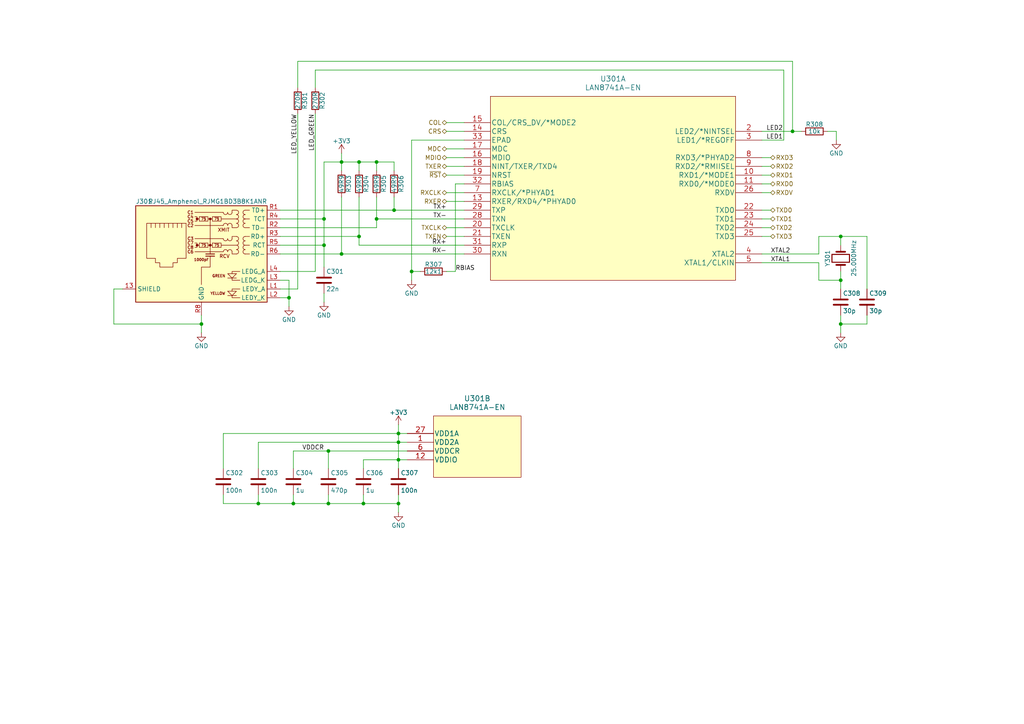
<source format=kicad_sch>
(kicad_sch (version 20211123) (generator eeschema)
  (paper "A4")
  (title_block (title "Caesar") (date "2022-08-17") (rev "2.1") (company "luhbots") (comment 1 "Data output to Server") (comment 2 "Data input from Server, Vision and Ref") (comment 3 "Ethernet Connection"))
  (lib_symbols
    (symbol "2022-08-17_13-39-13:LAN8741A-EN" (pin_names (offset 0.254))
      (property "Reference" "U" (at 43.18 12.7 0))
      (property "Value" "LAN8741A-EN" (at 43.18 10.16 0))
      (symbol "LAN8741A-EN_1_1"
        (rectangle (start 78.74 -45.72) (end 7.62 7.62) (fill (type background)))
        (pin bidirectional line (at 86.36 -15.24 180) (length 7.62) (name "RXD1/*MODE1") (number "10"))
        (pin bidirectional line (at 86.36 -17.78 180) (length 7.62) (name "RXD0/*MODE0") (number "11"))
        (pin bidirectional line (at 0 -22.86 0) (length 7.62) (name "RXER/RXD4/*PHYAD0") (number "13"))
        (pin bidirectional line (at 0 -2.54 0) (length 7.62) (name "CRS") (number "14"))
        (pin bidirectional line (at 0 0 0) (length 7.62) (name "COL/CRS_DV/*MODE2") (number "15"))
        (pin bidirectional line (at 0 -10.16 0) (length 7.62) (name "MDIO") (number "16"))
        (pin bidirectional line (at 0 -7.62 0) (length 7.62) (name "MDC") (number "17"))
        (pin bidirectional line (at 0 -12.7 0) (length 7.62) (name "NINT/TXER/TXD4") (number "18"))
        (pin bidirectional line (at 0 -15.24 0) (length 7.62) (name "NRST") (number "19"))
        (pin bidirectional line (at 86.36 -2.54 180) (length 7.62) (name "LED2/*NINTSEL") (number "2"))
        (pin bidirectional line (at 0 -30.48 0) (length 7.62) (name "TXCLK") (number "20"))
        (pin bidirectional line (at 0 -33.02 0) (length 7.62) (name "TXEN") (number "21"))
        (pin bidirectional line (at 86.36 -25.4 180) (length 7.62) (name "TXD0") (number "22"))
        (pin bidirectional line (at 86.36 -27.94 180) (length 7.62) (name "TXD1") (number "23"))
        (pin bidirectional line (at 86.36 -30.48 180) (length 7.62) (name "TXD2") (number "24"))
        (pin bidirectional line (at 86.36 -33.02 180) (length 7.62) (name "TXD3") (number "25"))
        (pin bidirectional line (at 86.36 -20.32 180) (length 7.62) (name "RXDV") (number "26"))
        (pin bidirectional line (at 0 -27.94 0) (length 7.62) (name "TXN") (number "28"))
        (pin bidirectional line (at 0 -25.4 0) (length 7.62) (name "TXP") (number "29"))
        (pin bidirectional line (at 86.36 -5.08 180) (length 7.62) (name "LED1/*REGOFF") (number "3"))
        (pin bidirectional line (at 0 -38.1 0) (length 7.62) (name "RXN") (number "30"))
        (pin bidirectional line (at 0 -35.56 0) (length 7.62) (name "RXP") (number "31"))
        (pin bidirectional line (at 0 -17.78 0) (length 7.62) (name "RBIAS") (number "32"))
        (pin power_in line (at 0 -5.08 0) (length 7.62) (name "EPAD") (number "33"))
        (pin bidirectional line (at 86.36 -38.1 180) (length 7.62) (name "XTAL2") (number "4"))
        (pin bidirectional line (at 86.36 -40.64 180) (length 7.62) (name "XTAL1/CLKIN") (number "5"))
        (pin bidirectional line (at 0 -20.32 0) (length 7.62) (name "RXCLK/*PHYAD1") (number "7"))
        (pin bidirectional line (at 86.36 -10.16 180) (length 7.62) (name "RXD3/*PHYAD2") (number "8"))
        (pin bidirectional line (at 86.36 -12.7 180) (length 7.62) (name "RXD2/*RMIISEL") (number "9"))
      )
      (symbol "LAN8741A-EN_2_1"
        (rectangle (start 33.02 -12.7) (end 7.62 5.08) (fill (type background)))
        (pin power_in line (at 0 -2.54 0) (length 7.62) (name "VDD2A") (number "1"))
        (pin power_in line (at 0 -7.62 0) (length 7.62) (name "VDDIO") (number "12"))
        (pin power_in line (at 0 0 0) (length 7.62) (name "VDD1A") (number "27"))
        (pin power_in line (at 0 -5.08 0) (length 7.62) (name "VDDCR") (number "6"))
      )
    )
    (symbol "Connector:RJ45_Amphenol_RJMG1BD3B8K1ANR"
      (property "Reference" "J" (at 19.05 15.24 0))
      (property "Value" "RJ45_Amphenol_RJMG1BD3B8K1ANR" (at -19.05 15.24 0))
      (symbol "RJ45_Amphenol_RJMG1BD3B8K1ANR_0_0"
        (circle (center -2.54 2.54) (radius 0.254) (stroke (width 0.254)) (fill (type outline)))
        (circle (center -2.54 10.16) (radius 0.254) (stroke (width 0.254)) (fill (type outline)))
        (polyline (pts (xy -7.62 -12.065) (xy -10.16 -12.065)))
        (polyline (pts (xy -7.62 -6.985) (xy -10.16 -6.985)))
        (polyline (pts (xy -2.54 10.16) (xy -2.54 0)))
        (polyline (pts (xy -1.27 -0.635) (xy -3.81 -0.635)) (stroke (width 0.254)))
        (polyline (pts (xy -1.27 0) (xy -3.81 0)) (stroke (width 0.254)))
        (polyline (pts (xy 1.27 2.54) (xy 0.635 2.54)))
        (polyline (pts (xy 1.27 10.16) (xy 0.635 10.16)))
        (polyline (pts (xy -11.176 -12.7) (xy -8.89 -12.7) (xy -8.89 -12.065)))
        (polyline (pts (xy -11.176 -10.16) (xy -8.89 -10.16) (xy -8.89 -10.795)))
        (polyline (pts (xy -11.176 -5.08) (xy -8.89 -5.08) (xy -8.89 -5.715)))
        (polyline (pts (xy -8.89 -6.985) (xy -8.89 -7.62) (xy -11.176 -7.62)))
        (polyline (pts (xy -10.16 -5.715) (xy -7.62 -5.715) (xy -8.89 -6.985) (xy -10.16 -5.715)))
        (polyline (pts (xy -7.62 -10.795) (xy -10.16 -10.795) (xy -8.89 -12.065) (xy -7.62 -10.795)))
        (polyline (pts (xy -2.54 -0.635) (xy -2.54 -3.81) (xy 0 -3.81) (xy 0 -8.89)))
        (polyline (pts (xy 1.905 3.175) (xy 1.27 3.175) (xy 1.27 1.905) (xy 1.905 1.905)))
        (polyline (pts (xy 1.905 10.795) (xy 1.27 10.795) (xy 1.27 9.525) (xy 1.905 9.525)))
        (circle (center 1.27 2.54) (radius 0.254) (stroke (width 0.254)) (fill (type outline)))
        (circle (center 1.27 10.16) (radius 0.254) (stroke (width 0.254)) (fill (type outline)))
        (text "1000pF" (at 0 -1.651 0) (effects (font (size 0.762 0.762))))
        (text "75" (at -4.445 2.54 0) (effects (font (size 0.762 0.762))))
        (text "75" (at -4.445 10.16 0) (effects (font (size 0.762 0.762))))
        (text "75" (at -0.635 2.54 0) (effects (font (size 0.762 0.762))))
        (text "75" (at -0.635 10.16 0) (effects (font (size 0.762 0.762))))
        (text "C1" (at 3.175 12.065 0) (effects (font (size 0.889 0.889))))
        (text "C2" (at 3.175 8.255 0) (effects (font (size 0.889 0.889))))
        (text "C3" (at 3.175 4.445 0) (effects (font (size 0.889 0.889))))
        (text "C4" (at 3.175 10.795 0) (effects (font (size 0.889 0.889))))
        (text "C5" (at 3.175 9.525 0) (effects (font (size 0.889 0.889))))
        (text "C6" (at 3.175 0.635 0) (effects (font (size 0.889 0.889))))
        (text "C7" (at 3.175 3.175 0) (effects (font (size 0.889 0.889))))
        (text "C8" (at 3.175 1.905 0) (effects (font (size 0.889 0.889))))
        (text "GREEN" (at -6.985 -6.35 0) (effects (font (size 0.762 0.762)) (justify left)))
        (text "RCV" (at -8.255 -0.635 0) (effects (font (size 1.016 1.016)) (justify left)))
        (text "XMIT" (at -8.255 6.985 0) (effects (font (size 1.016 1.016)) (justify left)))
        (text "YELLOW" (at -6.985 -11.43 0) (effects (font (size 0.762 0.762)) (justify left)))
      )
      (symbol "RJ45_Amphenol_RJMG1BD3B8K1ANR_0_1"
        (rectangle (start -19.05 -13.97) (end 19.05 13.97) (stroke (width 0.254)) (fill (type background)))
        (arc (start -12.7 0) (mid -12.065 0.635) (end -12.7 1.27))
        (arc (start -12.7 1.27) (mid -12.065 1.905) (end -12.7 2.54))
        (arc (start -12.7 2.54) (mid -12.065 3.175) (end -12.7 3.81))
        (arc (start -12.7 3.81) (mid -12.065 4.445) (end -12.7 5.08))
        (arc (start -12.7 7.62) (mid -12.065 8.255) (end -12.7 8.89))
        (arc (start -12.7 8.89) (mid -12.065 9.525) (end -12.7 10.16))
        (arc (start -12.7 10.16) (mid -12.065 10.795) (end -12.7 11.43))
        (arc (start -12.7 11.43) (mid -12.065 12.065) (end -12.7 12.7))
        (arc (start -10.16 1.27) (mid -10.795 0.635) (end -10.16 0))
        (arc (start -10.16 2.54) (mid -10.795 1.905) (end -10.16 1.27))
        (arc (start -10.16 3.81) (mid -10.795 3.175) (end -10.16 2.54))
        (arc (start -10.16 5.08) (mid -10.795 4.445) (end -10.16 3.81))
        (arc (start -10.16 8.89) (mid -10.795 8.255) (end -10.16 7.62))
        (arc (start -10.16 10.16) (mid -10.795 9.525) (end -10.16 8.89))
        (arc (start -10.16 11.43) (mid -10.795 10.795) (end -10.16 10.16))
        (arc (start -10.16 12.7) (mid -10.795 12.065) (end -10.16 11.43))
        (arc (start -8.89 4.445) (mid -8.255 3.81) (end -7.62 4.445))
        (arc (start -8.89 12.065) (mid -8.255 11.43) (end -7.62 12.065))
        (arc (start -7.62 0.635) (mid -8.255 1.27) (end -8.89 0.635))
        (arc (start -7.62 4.445) (mid -6.985 3.81) (end -6.35 4.445))
        (arc (start -7.62 8.255) (mid -8.255 8.89) (end -8.89 8.255))
        (arc (start -7.62 12.065) (mid -6.985 11.43) (end -6.35 12.065))
        (arc (start -6.35 0.635) (mid -6.985 1.27) (end -7.62 0.635))
        (arc (start -6.35 8.255) (mid -6.985 8.89) (end -7.62 8.255))
        (rectangle (start -5.715 3.175) (end -3.175 1.905))
        (rectangle (start -5.715 10.795) (end -3.175 9.525))
        (rectangle (start -1.905 3.175) (end 0.635 1.905))
        (rectangle (start -1.905 10.795) (end 0.635 9.525))
        (polyline (pts (xy -12.7 0) (xy -13.97 0)))
        (polyline (pts (xy -12.7 2.54) (xy -13.97 2.54)))
        (polyline (pts (xy -12.7 5.08) (xy -13.97 5.08)))
        (polyline (pts (xy -12.7 7.62) (xy -13.97 7.62)))
        (polyline (pts (xy -12.7 10.16) (xy -13.97 10.16)))
        (polyline (pts (xy -12.7 12.7) (xy -13.97 12.7)))
        (polyline (pts (xy -6.35 0.635) (xy 1.905 0.635)))
        (polyline (pts (xy -6.35 4.445) (xy 1.905 4.445)))
        (polyline (pts (xy -6.35 8.255) (xy 1.905 8.255)))
        (polyline (pts (xy -6.35 12.065) (xy 1.905 12.065)))
        (polyline (pts (xy -5.715 2.54) (xy -10.16 2.54)))
        (polyline (pts (xy -5.715 10.16) (xy -10.16 10.16)))
        (polyline (pts (xy -3.175 2.54) (xy -1.905 2.54)))
        (polyline (pts (xy -3.175 10.16) (xy -1.905 10.16)))
        (polyline (pts (xy 5.715 7.62) (xy 5.715 8.89)))
        (polyline (pts (xy 6.985 8.89) (xy 6.985 7.62)))
        (polyline (pts (xy 8.255 8.89) (xy 8.255 7.62)))
        (polyline (pts (xy 9.525 8.89) (xy 9.525 7.62)))
        (polyline (pts (xy 10.795 8.89) (xy 10.795 7.62)))
        (polyline (pts (xy 12.065 8.89) (xy 12.065 7.62)))
        (polyline (pts (xy 13.335 7.62) (xy 13.335 8.89)))
        (polyline (pts (xy 14.605 7.62) (xy 14.605 8.89)))
        (polyline (pts (xy -10.16 5.08) (xy -8.89 5.08) (xy -8.89 4.445)))
        (polyline (pts (xy -10.16 12.7) (xy -8.89 12.7) (xy -8.89 12.065)))
        (polyline (pts (xy -8.89 0.635) (xy -8.89 0) (xy -10.16 0)))
        (polyline (pts (xy -8.89 8.255) (xy -8.89 7.62) (xy -10.16 7.62)))
        (polyline (pts (xy 4.445 8.89) (xy 15.875 8.89) (xy 15.875 -1.27) (xy 13.335 -1.27) (xy 13.335 -2.54) (xy 12.065 -2.54) (xy 12.065 -3.81) (xy 8.255 -3.81) (xy 8.255 -2.54) (xy 6.985 -2.54) (xy 6.985 -1.27) (xy 4.445 -1.27) (xy 4.445 8.89)))
      )
      (symbol "RJ45_Amphenol_RJMG1BD3B8K1ANR_1_1"
        (pin passive line (at 22.86 -10.16 180) (length 3.81) (name "SHIELD") (number "13"))
        (pin passive line (at -22.86 -10.16 0) (length 3.81) (name "LEDY_A") (number "L1"))
        (pin passive line (at -22.86 -12.7 0) (length 3.81) (name "LEDY_K") (number "L2"))
        (pin passive line (at -22.86 -7.62 0) (length 3.81) (name "LEDG_K") (number "L3"))
        (pin passive line (at -22.86 -5.08 0) (length 3.81) (name "LEDG_A") (number "L4"))
        (pin passive line (at -22.86 12.7 0) (length 3.81) (name "TD+") (number "R1"))
        (pin passive line (at -22.86 7.62 0) (length 3.81) (name "TD-") (number "R2"))
        (pin passive line (at -22.86 5.08 0) (length 3.81) (name "RD+") (number "R3"))
        (pin passive line (at -22.86 10.16 0) (length 3.81) (name "TCT") (number "R4"))
        (pin passive line (at -22.86 2.54 0) (length 3.81) (name "RCT") (number "R5"))
        (pin passive line (at -22.86 0 0) (length 3.81) (name "RD-") (number "R6"))
        (pin no_connect line (at 5.08 -5.08 0) (length 0) hide (name "NC") (number "R7"))
        (pin power_in line (at 0 -17.78 90) (length 3.81) (name "GND") (number "R8"))
      )
    )
    (symbol "Device:C" (pin_numbers hide) (pin_names (offset 0.254))
      (property "Reference" "C" (at 0.635 2.54 0))
      (property "Value" "C" (at 0.635 -2.54 0))
      (symbol "C_0_1"
        (polyline (pts (xy -2.032 -0.762) (xy 2.032 -0.762)) (stroke (width 0.508)))
        (polyline (pts (xy -2.032 0.762) (xy 2.032 0.762)) (stroke (width 0.508)))
      )
      (symbol "C_1_1"
        (pin passive line (at 0 3.81 270) (length 2.794) (name "~") (number "1"))
        (pin passive line (at 0 -3.81 90) (length 2.794) (name "~") (number "2"))
      )
    )
    (symbol "Device:Crystal" (pin_numbers hide) (pin_names (offset 1.016) hide)
      (property "Reference" "Y" (at 0 3.81 0))
      (property "Value" "Crystal" (at 0 -3.81 0))
      (symbol "Crystal_0_1"
        (rectangle (start -1.143 2.54) (end 1.143 -2.54) (stroke (width 0.3048)))
        (polyline (pts (xy -2.54 0) (xy -1.905 0)))
        (polyline (pts (xy -1.905 -1.27) (xy -1.905 1.27)) (stroke (width 0.508)))
        (polyline (pts (xy 1.905 -1.27) (xy 1.905 1.27)) (stroke (width 0.508)))
        (polyline (pts (xy 2.54 0) (xy 1.905 0)))
      )
      (symbol "Crystal_1_1"
        (pin passive line (at -3.81 0 0) (length 1.27) (name "1") (number "1"))
        (pin passive line (at 3.81 0 180) (length 1.27) (name "2") (number "2"))
      )
    )
    (symbol "Device:R" (pin_numbers hide) (pin_names (offset 0))
      (property "Reference" "R" (at 2.032 0 90))
      (property "Value" "R" (at 0 0 90))
      (symbol "R_0_1"
        (rectangle (start -1.016 -2.54) (end 1.016 2.54) (stroke (width 0.254)))
      )
      (symbol "R_1_1"
        (pin passive line (at 0 3.81 270) (length 1.27) (name "~") (number "1"))
        (pin passive line (at 0 -3.81 90) (length 1.27) (name "~") (number "2"))
      )
    )
    (symbol "LAN8741A-EN_1" (pin_names (offset 0.254))
      (property "Reference" "U" (at 43.18 12.7 0))
      (property "Value" "LAN8741A-EN_1" (at 43.18 10.16 0))
      (symbol "LAN8741A-EN_1_1_1"
        (rectangle (start 78.74 -45.72) (end 7.62 7.62) (fill (type background)))
        (pin bidirectional line (at 86.36 -15.24 180) (length 7.62) (name "RXD1/*MODE1") (number "10"))
        (pin bidirectional line (at 86.36 -17.78 180) (length 7.62) (name "RXD0/*MODE0") (number "11"))
        (pin bidirectional line (at 0 -22.86 0) (length 7.62) (name "RXER/RXD4/*PHYAD0") (number "13"))
        (pin bidirectional line (at 0 -2.54 0) (length 7.62) (name "CRS") (number "14"))
        (pin bidirectional line (at 0 0 0) (length 7.62) (name "COL/CRS_DV/*MODE2") (number "15"))
        (pin bidirectional line (at 0 -10.16 0) (length 7.62) (name "MDIO") (number "16"))
        (pin bidirectional line (at 0 -7.62 0) (length 7.62) (name "MDC") (number "17"))
        (pin bidirectional line (at 0 -12.7 0) (length 7.62) (name "NINT/TXER/TXD4") (number "18"))
        (pin bidirectional line (at 0 -15.24 0) (length 7.62) (name "NRST") (number "19"))
        (pin bidirectional line (at 86.36 -2.54 180) (length 7.62) (name "LED2/*NINTSEL") (number "2"))
        (pin bidirectional line (at 0 -30.48 0) (length 7.62) (name "TXCLK") (number "20"))
        (pin bidirectional line (at 0 -33.02 0) (length 7.62) (name "TXEN") (number "21"))
        (pin bidirectional line (at 86.36 -25.4 180) (length 7.62) (name "TXD0") (number "22"))
        (pin bidirectional line (at 86.36 -27.94 180) (length 7.62) (name "TXD1") (number "23"))
        (pin bidirectional line (at 86.36 -30.48 180) (length 7.62) (name "TXD2") (number "24"))
        (pin bidirectional line (at 86.36 -33.02 180) (length 7.62) (name "TXD3") (number "25"))
        (pin bidirectional line (at 86.36 -20.32 180) (length 7.62) (name "RXDV") (number "26"))
        (pin bidirectional line (at 0 -35.56 0) (length 7.62) (name "TXN") (number "28"))
        (pin bidirectional line (at 0 -38.1 0) (length 7.62) (name "TXP") (number "29"))
        (pin bidirectional line (at 86.36 -5.08 180) (length 7.62) (name "LED1/*REGOFF") (number "3"))
        (pin bidirectional line (at 0 -25.4 0) (length 7.62) (name "RXN") (number "30"))
        (pin bidirectional line (at 0 -27.94 0) (length 7.62) (name "RXP") (number "31"))
        (pin bidirectional line (at 0 -17.78 0) (length 7.62) (name "RBIAS") (number "32"))
        (pin unspecified line (at 0 -5.08 0) (length 7.62) (name "EPAD") (number "33"))
        (pin bidirectional line (at 86.36 -38.1 180) (length 7.62) (name "XTAL2") (number "4"))
        (pin bidirectional line (at 86.36 -40.64 180) (length 7.62) (name "XTAL1/CLKIN") (number "5"))
        (pin bidirectional line (at 0 -20.32 0) (length 7.62) (name "RXCLK/*PHYAD1") (number "7"))
        (pin bidirectional line (at 86.36 -10.16 180) (length 7.62) (name "RXD3/*PHYAD2") (number "8"))
        (pin bidirectional line (at 86.36 -12.7 180) (length 7.62) (name "RXD2/*RMIISEL") (number "9"))
      )
      (symbol "LAN8741A-EN_1_2_1"
        (rectangle (start 33.02 -12.7) (end 7.62 5.08) (fill (type background)))
        (pin power_in line (at 0 -2.54 0) (length 7.62) (name "VDD2A") (number "1"))
        (pin power_in line (at 0 -7.62 0) (length 7.62) (name "VDDIO") (number "12"))
        (pin power_in line (at 0 0 0) (length 7.62) (name "VDD1A") (number "27"))
        (pin power_in line (at 0 -5.08 0) (length 7.62) (name "VDDCR") (number "6"))
      )
    )
    (symbol "power:+3V3" (power) (pin_names (offset 0))
      (property "Value" "+3V3" (at 0 3.556 0))
      (symbol "+3V3_0_1"
        (polyline (pts (xy -0.762 1.27) (xy 0 2.54)))
        (polyline (pts (xy 0 0) (xy 0 2.54)))
        (polyline (pts (xy 0 2.54) (xy 0.762 1.27)))
      )
      (symbol "+3V3_1_1"
        (pin power_in line (at 0 0 90) (length 0) hide (name "+3V3") (number "1"))
      )
    )
    (symbol "power:GND" (power) (pin_names (offset 0))
      (property "Value" "GND" (at 0 -3.81 0))
      (symbol "GND_0_1"
        (polyline (pts (xy 0 0) (xy 0 -1.27) (xy 1.27 -1.27) (xy 0 -2.54) (xy -1.27 -1.27) (xy 0 -1.27)))
      )
      (symbol "GND_1_1"
        (pin power_in line (at 0 0 270) (length 0) hide (name "GND") (number "1"))
      )
    )
  )
  (junction (at 104.14 46.99))
  (junction (at 105.41 146.05))
  (junction (at 99.06 73.66))
  (junction (at 99.06 46.99))
  (junction (at 115.57 146.05))
  (junction (at 74.93 146.05))
  (junction (at 93.98 71.12))
  (junction (at 104.14 68.58))
  (junction (at 119.38 78.74))
  (junction (at 85.09 146.05))
  (junction (at 243.84 81.28))
  (junction (at 95.25 130.81))
  (junction (at 109.22 46.99))
  (junction (at 83.82 86.36))
  (junction (at 93.98 63.5))
  (junction (at 243.84 68.58))
  (junction (at 115.57 133.35))
  (junction (at 115.57 128.27))
  (junction (at 109.22 63.5))
  (junction (at 115.57 125.73))
  (junction (at 95.25 146.05))
  (junction (at 114.3 60.96))
  (junction (at 229.87 38.1))
  (junction (at 243.84 93.98))
  (junction (at 58.42 93.98))
  (wire (pts (xy 81.28 78.74) (xy 91.44 78.74)))
  (wire (pts (xy 242.57 40.64) (xy 242.57 38.1)))
  (wire (pts (xy 237.49 76.2) (xy 220.98 76.2)))
  (wire (pts (xy 105.41 146.05) (xy 115.57 146.05)))
  (wire (pts (xy 129.54 66.04) (xy 134.62 66.04)))
  (wire (pts (xy 86.36 33.02) (xy 86.36 83.82)))
  (wire (pts (xy 220.98 63.5) (xy 223.52 63.5)))
  (wire (pts (xy 95.25 130.81) (xy 95.25 135.89)))
  (wire (pts (xy 114.3 60.96) (xy 114.3 57.15)))
  (wire (pts (xy 115.57 125.73) (xy 118.11 125.73)))
  (wire (pts (xy 85.09 130.81) (xy 95.25 130.81)))
  (wire (pts (xy 33.02 93.98) (xy 33.02 83.82)))
  (wire (pts (xy 93.98 85.09) (xy 93.98 87.63)))
  (wire (pts (xy 237.49 81.28) (xy 243.84 81.28)))
  (wire (pts (xy 220.98 38.1) (xy 229.87 38.1)))
  (wire (pts (xy 93.98 63.5) (xy 93.98 71.12)))
  (wire (pts (xy 251.46 93.98) (xy 243.84 93.98)))
  (wire (pts (xy 115.57 128.27) (xy 115.57 133.35)))
  (wire (pts (xy 105.41 133.35) (xy 115.57 133.35)))
  (wire (pts (xy 220.98 55.88) (xy 223.52 55.88)))
  (wire (pts (xy 109.22 63.5) (xy 109.22 57.15)))
  (wire (pts (xy 81.28 73.66) (xy 99.06 73.66)))
  (wire (pts (xy 86.36 17.78) (xy 86.36 25.4)))
  (wire (pts (xy 99.06 57.15) (xy 99.06 73.66)))
  (wire (pts (xy 58.42 93.98) (xy 58.42 96.52)))
  (wire (pts (xy 129.54 38.1) (xy 134.62 38.1)))
  (wire (pts (xy 243.84 81.28) (xy 243.84 83.82)))
  (wire (pts (xy 237.49 81.28) (xy 237.49 76.2)))
  (wire (pts (xy 115.57 125.73) (xy 115.57 128.27)))
  (wire (pts (xy 134.62 63.5) (xy 109.22 63.5)))
  (wire (pts (xy 64.77 143.51) (xy 64.77 146.05)))
  (wire (pts (xy 74.93 146.05) (xy 85.09 146.05)))
  (wire (pts (xy 118.11 130.81) (xy 95.25 130.81)))
  (wire (pts (xy 115.57 133.35) (xy 115.57 135.89)))
  (wire (pts (xy 243.84 93.98) (xy 243.84 96.52)))
  (wire (pts (xy 115.57 146.05) (xy 115.57 148.59)))
  (wire (pts (xy 99.06 46.99) (xy 99.06 49.53)))
  (wire (pts (xy 104.14 46.99) (xy 109.22 46.99)))
  (wire (pts (xy 91.44 25.4) (xy 91.44 20.32)))
  (wire (pts (xy 91.44 33.02) (xy 91.44 78.74)))
  (wire (pts (xy 104.14 68.58) (xy 104.14 71.12)))
  (wire (pts (xy 114.3 49.53) (xy 114.3 46.99)))
  (wire (pts (xy 104.14 57.15) (xy 104.14 68.58)))
  (wire (pts (xy 129.54 35.56) (xy 134.62 35.56)))
  (wire (pts (xy 64.77 125.73) (xy 115.57 125.73)))
  (wire (pts (xy 114.3 60.96) (xy 134.62 60.96)))
  (wire (pts (xy 134.62 53.34) (xy 132.08 53.34)))
  (wire (pts (xy 129.54 55.88) (xy 134.62 55.88)))
  (wire (pts (xy 95.25 143.51) (xy 95.25 146.05)))
  (wire (pts (xy 81.28 63.5) (xy 93.98 63.5)))
  (wire (pts (xy 81.28 66.04) (xy 109.22 66.04)))
  (wire (pts (xy 220.98 45.72) (xy 223.52 45.72)))
  (wire (pts (xy 115.57 128.27) (xy 118.11 128.27)))
  (wire (pts (xy 115.57 123.19) (xy 115.57 125.73)))
  (wire (pts (xy 81.28 83.82) (xy 86.36 83.82)))
  (wire (pts (xy 119.38 40.64) (xy 119.38 78.74)))
  (wire (pts (xy 237.49 68.58) (xy 243.84 68.58)))
  (wire (pts (xy 220.98 48.26) (xy 223.52 48.26)))
  (wire (pts (xy 118.11 133.35) (xy 115.57 133.35)))
  (wire (pts (xy 81.28 71.12) (xy 93.98 71.12)))
  (wire (pts (xy 119.38 78.74) (xy 121.92 78.74)))
  (wire (pts (xy 243.84 68.58) (xy 243.84 71.12)))
  (wire (pts (xy 129.54 48.26) (xy 134.62 48.26)))
  (wire (pts (xy 132.08 78.74) (xy 129.54 78.74)))
  (wire (pts (xy 95.25 146.05) (xy 105.41 146.05)))
  (wire (pts (xy 229.87 38.1) (xy 229.87 17.78)))
  (wire (pts (xy 220.98 66.04) (xy 223.52 66.04)))
  (wire (pts (xy 129.54 68.58) (xy 134.62 68.58)))
  (wire (pts (xy 83.82 81.28) (xy 83.82 86.36)))
  (wire (pts (xy 229.87 17.78) (xy 86.36 17.78)))
  (wire (pts (xy 99.06 44.45) (xy 99.06 46.99)))
  (wire (pts (xy 91.44 20.32) (xy 227.33 20.32)))
  (wire (pts (xy 85.09 143.51) (xy 85.09 146.05)))
  (wire (pts (xy 83.82 88.9) (xy 83.82 86.36)))
  (wire (pts (xy 93.98 71.12) (xy 93.98 77.47)))
  (wire (pts (xy 85.09 146.05) (xy 95.25 146.05)))
  (wire (pts (xy 251.46 68.58) (xy 243.84 68.58)))
  (wire (pts (xy 251.46 91.44) (xy 251.46 93.98)))
  (wire (pts (xy 109.22 46.99) (xy 114.3 46.99)))
  (wire (pts (xy 251.46 83.82) (xy 251.46 68.58)))
  (wire (pts (xy 104.14 46.99) (xy 104.14 49.53)))
  (wire (pts (xy 105.41 135.89) (xy 105.41 133.35)))
  (wire (pts (xy 220.98 68.58) (xy 223.52 68.58)))
  (wire (pts (xy 134.62 40.64) (xy 119.38 40.64)))
  (wire (pts (xy 115.57 143.51) (xy 115.57 146.05)))
  (wire (pts (xy 129.54 45.72) (xy 134.62 45.72)))
  (wire (pts (xy 74.93 135.89) (xy 74.93 128.27)))
  (wire (pts (xy 74.93 143.51) (xy 74.93 146.05)))
  (wire (pts (xy 81.28 60.96) (xy 114.3 60.96)))
  (wire (pts (xy 109.22 46.99) (xy 109.22 49.53)))
  (wire (pts (xy 243.84 78.74) (xy 243.84 81.28)))
  (wire (pts (xy 227.33 20.32) (xy 227.33 40.64)))
  (wire (pts (xy 129.54 50.8) (xy 134.62 50.8)))
  (wire (pts (xy 220.98 60.96) (xy 223.52 60.96)))
  (wire (pts (xy 220.98 50.8) (xy 223.52 50.8)))
  (wire (pts (xy 33.02 83.82) (xy 35.56 83.82)))
  (wire (pts (xy 129.54 43.18) (xy 134.62 43.18)))
  (wire (pts (xy 64.77 146.05) (xy 74.93 146.05)))
  (wire (pts (xy 85.09 135.89) (xy 85.09 130.81)))
  (wire (pts (xy 83.82 86.36) (xy 81.28 86.36)))
  (wire (pts (xy 99.06 46.99) (xy 104.14 46.99)))
  (wire (pts (xy 64.77 135.89) (xy 64.77 125.73)))
  (wire (pts (xy 220.98 73.66) (xy 237.49 73.66)))
  (wire (pts (xy 74.93 128.27) (xy 115.57 128.27)))
  (wire (pts (xy 109.22 66.04) (xy 109.22 63.5)))
  (wire (pts (xy 93.98 46.99) (xy 99.06 46.99)))
  (wire (pts (xy 220.98 53.34) (xy 223.52 53.34)))
  (wire (pts (xy 119.38 78.74) (xy 119.38 81.28)))
  (wire (pts (xy 242.57 38.1) (xy 240.03 38.1)))
  (wire (pts (xy 134.62 71.12) (xy 104.14 71.12)))
  (wire (pts (xy 243.84 91.44) (xy 243.84 93.98)))
  (wire (pts (xy 132.08 53.34) (xy 132.08 78.74)))
  (wire (pts (xy 81.28 68.58) (xy 104.14 68.58)))
  (wire (pts (xy 229.87 38.1) (xy 232.41 38.1)))
  (wire (pts (xy 237.49 73.66) (xy 237.49 68.58)))
  (wire (pts (xy 93.98 46.99) (xy 93.98 63.5)))
  (wire (pts (xy 129.54 58.42) (xy 134.62 58.42)))
  (wire (pts (xy 105.41 143.51) (xy 105.41 146.05)))
  (wire (pts (xy 58.42 91.44) (xy 58.42 93.98)))
  (wire (pts (xy 134.62 73.66) (xy 99.06 73.66)))
  (wire (pts (xy 58.42 93.98) (xy 33.02 93.98)))
  (wire (pts (xy 227.33 40.64) (xy 220.98 40.64)))
  (wire (pts (xy 81.28 81.28) (xy 83.82 81.28)))
  (label "LED_YELLOW" (at 86.36 33.02 270))
  (label "TX-" (at 129.54 63.5 180))
  (label "LED_GREEN" (at 91.44 33.02 270))
  (label "VDDCR" (at 87.63 130.81 0))
  (label "RX-" (at 129.54 73.66 180))
  (label "XTAL1" (at 223.52 76.2 0))
  (label "RX+" (at 129.54 71.12 180))
  (label "TX+" (at 129.54 60.96 180))
  (label "RBIAS" (at 132.08 78.74 0))
  (label "LED1" (at 222.25 40.64 0))
  (label "XTAL2" (at 223.52 73.66 0))
  (label "LED2" (at 222.25 38.1 0))
  (hierarchical_label "RXCLK" (shape bidirectional) (at 129.54 55.88 180))
  (hierarchical_label "TXD3" (shape bidirectional) (at 223.52 68.58 0))
  (hierarchical_label "MDIO" (shape bidirectional) (at 129.54 45.72 180))
  (hierarchical_label "TXER" (shape bidirectional) (at 129.54 48.26 180))
  (hierarchical_label "MDC" (shape bidirectional) (at 129.54 43.18 180))
  (hierarchical_label "RXD3" (shape bidirectional) (at 223.52 45.72 0))
  (hierarchical_label "TXD0" (shape bidirectional) (at 223.52 60.96 0))
  (hierarchical_label "RXER" (shape bidirectional) (at 129.54 58.42 180))
  (hierarchical_label "CRS" (shape bidirectional) (at 129.54 38.1 180))
  (hierarchical_label "TXD2" (shape bidirectional) (at 223.52 66.04 0))
  (hierarchical_label "COL" (shape bidirectional) (at 129.54 35.56 180))
  (hierarchical_label "~{RST}" (shape bidirectional) (at 129.54 50.8 180))
  (hierarchical_label "RXD1" (shape bidirectional) (at 223.52 50.8 0))
  (hierarchical_label "RXD2" (shape bidirectional) (at 223.52 48.26 0))
  (hierarchical_label "RXD0" (shape bidirectional) (at 223.52 53.34 0))
  (hierarchical_label "RXDV" (shape bidirectional) (at 223.52 55.88 0))
  (hierarchical_label "TXCLK" (shape bidirectional) (at 129.54 66.04 180))
  (hierarchical_label "TXEN" (shape bidirectional) (at 129.54 68.58 180))
  (hierarchical_label "TXD1" (shape bidirectional) (at 223.52 63.5 0))
  (symbol (lib_id "power:+3V3") (at 99.06 44.45 0) (unit 1)
    (property "Reference" "#PWR0305" (effects hide))
    (property "Value" "+3V3" (at 99.06 40.894 0))
  )
  (symbol (lib_id "power:GND") (at 243.84 96.52 0) (unit 1)
    (property "Reference" "#PWR0309" (effects hide))
    (property "Value" "GND" (at 243.84 100.33 0))
  )
  (symbol (lib_id "2022-08-17_13-39-13:LAN8741A-EN") (at 134.62 35.56 0) (unit 1)
    (property "Reference" "U301" (at 177.8 22.86 0) (effects (font (size 1.524 1.524))))
    (property "Value" "LAN8741A-EN" (at 177.8 25.4 0) (effects (font (size 1.524 1.524))))
    (property "Footprint" "LAN8741A-EN:LAN8741A-EN" (effects hide))
  )
  (symbol (lib_id "Device:C") (at 95.25 139.7 0) (unit 1)
    (property "Reference" "C305" (at 95.885 137.16 0) (effects (justify left)))
    (property "Value" "470p" (at 95.885 142.24 0) (effects (justify left)))
    (property "Footprint" "Capacitor_SMD:C_0402_1005Metric" (effects hide))
  )
  (symbol (lib_id "Device:C") (at 251.46 87.63 0) (unit 1)
    (property "Reference" "C309" (at 252.095 85.09 0) (effects (justify left)))
    (property "Value" "30p" (at 252.095 90.17 0) (effects (justify left)))
    (property "Footprint" "Capacitor_SMD:C_0402_1005Metric" (effects hide))
  )
  (symbol (lib_id "Device:R") (at 125.73 78.74 90) (unit 1)
    (property "Reference" "R307" (at 125.73 76.708 90))
    (property "Value" "12k1" (at 125.73 78.74 90))
    (property "Footprint" "Resistor_SMD:R_0402_1005Metric" (effects hide))
  )
  (symbol (lib_id "Device:R") (at 104.14 53.34 0) (unit 1)
    (property "Reference" "R304" (at 106.172 53.34 90))
    (property "Value" "49R9" (at 104.14 53.34 90))
    (property "Footprint" "Resistor_SMD:R_0402_1005Metric" (effects hide))
  )
  (symbol (lib_id "Device:R") (at 86.36 29.21 0) (unit 1)
    (property "Reference" "R301" (at 88.392 29.21 90))
    (property "Value" "270R" (at 86.36 29.21 90))
    (property "Footprint" "Resistor_SMD:R_0402_1005Metric" (effects hide))
  )
  (symbol (lib_id "Connector:RJ45_Amphenol_RJMG1BD3B8K1ANR") (at 58.42 73.66 0) (mirror y) (unit 1)
    (property "Reference" "J301" (at 39.37 58.42 0) (effects (justify right)))
    (property "Value" "RJ45_Amphenol_RJMG1BD3B8K1ANR" (at 77.47 58.42 0) (effects (justify left)))
    (property "Footprint" "Connector_RJ:RJ45_Amphenol_RJMG1BD3B8K1ANR" (effects hide))
    (property "Datasheet" "https://www.amphenolcanada.com/ProductSearch/Drawings/AC/RJMG1BD3B8K1ANR.PDF" (effects hide))
  )
  (symbol (lib_id "Device:C") (at 93.98 81.28 0) (unit 1)
    (property "Reference" "C301" (at 94.615 78.74 0) (effects (justify left)))
    (property "Value" "22n" (at 94.615 83.82 0) (effects (justify left)))
    (property "Footprint" "Capacitor_SMD:C_0402_1005Metric" (effects hide))
  )
  (symbol (lib_id "power:GND") (at 83.82 88.9 0) (unit 1)
    (property "Reference" "#PWR0302" (effects hide))
    (property "Value" "GND" (at 83.82 92.71 0))
  )
  (symbol (lib_id "Device:Crystal") (at 243.84 74.93 90) (unit 1)
    (property "Reference" "Y301" (at 240.03 74.93 0))
    (property "Value" "25.000MHz" (at 247.65 74.93 0))
    (property "Footprint" "Crystal:Crystal_SMD_5032-2Pin_5.0x3.2mm" (effects hide))
  )
  (symbol (lib_id "power:GND") (at 242.57 40.64 0) (unit 1)
    (property "Reference" "#PWR0107" (effects hide))
    (property "Value" "GND" (at 242.57 44.45 0))
  )
  (symbol (lib_id "power:GND") (at 115.57 148.59 0) (unit 1)
    (property "Reference" "#PWR0308" (effects hide))
    (property "Value" "GND" (at 115.57 152.4 0))
  )
  (symbol (lib_id "Device:R") (at 99.06 53.34 0) (unit 1)
    (property "Reference" "R303" (at 101.092 53.34 90))
    (property "Value" "49R9" (at 99.06 53.34 90))
    (property "Footprint" "Resistor_SMD:R_0402_1005Metric" (effects hide))
  )
  (symbol (lib_id "Device:R") (at 114.3 53.34 0) (unit 1)
    (property "Reference" "R306" (at 116.332 53.34 90))
    (property "Value" "49R9" (at 114.3 53.34 90))
    (property "Footprint" "Resistor_SMD:R_0402_1005Metric" (effects hide))
  )
  (symbol (lib_id "power:GND") (at 93.98 87.63 0) (unit 1)
    (property "Reference" "#PWR0304" (effects hide))
    (property "Value" "GND" (at 93.98 91.44 0))
  )
  (symbol (lib_id "Device:R") (at 91.44 29.21 0) (unit 1)
    (property "Reference" "R302" (at 93.472 29.21 90))
    (property "Value" "270R" (at 91.44 29.21 90))
    (property "Footprint" "Resistor_SMD:R_0402_1005Metric" (effects hide))
  )
  (symbol (lib_id "power:GND") (at 58.42 96.52 0) (unit 1)
    (property "Reference" "#PWR0105" (effects hide))
    (property "Value" "GND" (at 58.42 100.33 0))
  )
  (symbol (lib_id "Device:C") (at 105.41 139.7 0) (unit 1)
    (property "Reference" "C306" (at 106.045 137.16 0) (effects (justify left)))
    (property "Value" "1u" (at 106.045 142.24 0) (effects (justify left)))
    (property "Footprint" "Capacitor_SMD:C_0402_1005Metric" (effects hide))
  )
  (symbol (lib_id "Device:C") (at 74.93 139.7 0) (unit 1)
    (property "Reference" "C303" (at 75.565 137.16 0) (effects (justify left)))
    (property "Value" "100n" (at 75.565 142.24 0) (effects (justify left)))
    (property "Footprint" "Capacitor_SMD:C_0402_1005Metric" (effects hide))
  )
  (symbol (lib_id "power:+3V3") (at 115.57 123.19 0) (unit 1)
    (property "Reference" "#PWR0307" (effects hide))
    (property "Value" "+3V3" (at 115.57 119.634 0))
  )
  (symbol (lib_id "power:GND") (at 119.38 81.28 0) (unit 1)
    (property "Reference" "#PWR0306" (effects hide))
    (property "Value" "GND" (at 119.38 85.09 0))
  )
  (symbol (lib_id "Device:C") (at 243.84 87.63 0) (unit 1)
    (property "Reference" "C308" (at 244.475 85.09 0) (effects (justify left)))
    (property "Value" "30p" (at 244.475 90.17 0) (effects (justify left)))
    (property "Footprint" "Capacitor_SMD:C_0402_1005Metric" (effects hide))
  )
  (symbol (lib_id "Device:C") (at 64.77 139.7 0) (unit 1)
    (property "Reference" "C302" (at 65.405 137.16 0) (effects (justify left)))
    (property "Value" "100n" (at 65.405 142.24 0) (effects (justify left)))
    (property "Footprint" "Capacitor_SMD:C_0402_1005Metric" (effects hide))
  )
  (symbol (lib_id "Device:C") (at 115.57 139.7 0) (unit 1)
    (property "Reference" "C307" (at 116.205 137.16 0) (effects (justify left)))
    (property "Value" "100n" (at 116.205 142.24 0) (effects (justify left)))
    (property "Footprint" "Capacitor_SMD:C_0402_1005Metric" (effects hide))
  )
  (symbol (lib_id "Device:R") (at 109.22 53.34 0) (unit 1)
    (property "Reference" "R305" (at 111.252 53.34 90))
    (property "Value" "49R9" (at 109.22 53.34 90))
    (property "Footprint" "Resistor_SMD:R_0402_1005Metric" (effects hide))
  )
  (symbol (lib_id "Device:R") (at 236.22 38.1 90) (unit 1)
    (property "Reference" "R308" (at 236.22 36.068 90))
    (property "Value" "10k" (at 236.22 38.1 90))
    (property "Footprint" "Resistor_SMD:R_0402_1005Metric" (effects hide))
  )
  (symbol (lib_id "Device:C") (at 85.09 139.7 0) (unit 1)
    (property "Reference" "C304" (at 85.725 137.16 0) (effects (justify left)))
    (property "Value" "1u" (at 85.725 142.24 0) (effects (justify left)))
    (property "Footprint" "Capacitor_SMD:C_0402_1005Metric" (effects hide))
  )
  (symbol (lib_name "LAN8741A-EN_1") (lib_id "2022-08-17_13-39-13:LAN8741A-EN") (at 118.11 125.73 0) (unit 2)
    (property "Reference" "U301" (at 138.43 115.57 0) (effects (font (size 1.524 1.524))))
    (property "Value" "LAN8741A-EN" (at 138.43 118.11 0) (effects (font (size 1.524 1.524))))
    (property "Footprint" "LAN8741A-EN:LAN8741A-EN" (effects hide))
  )
)
</source>
